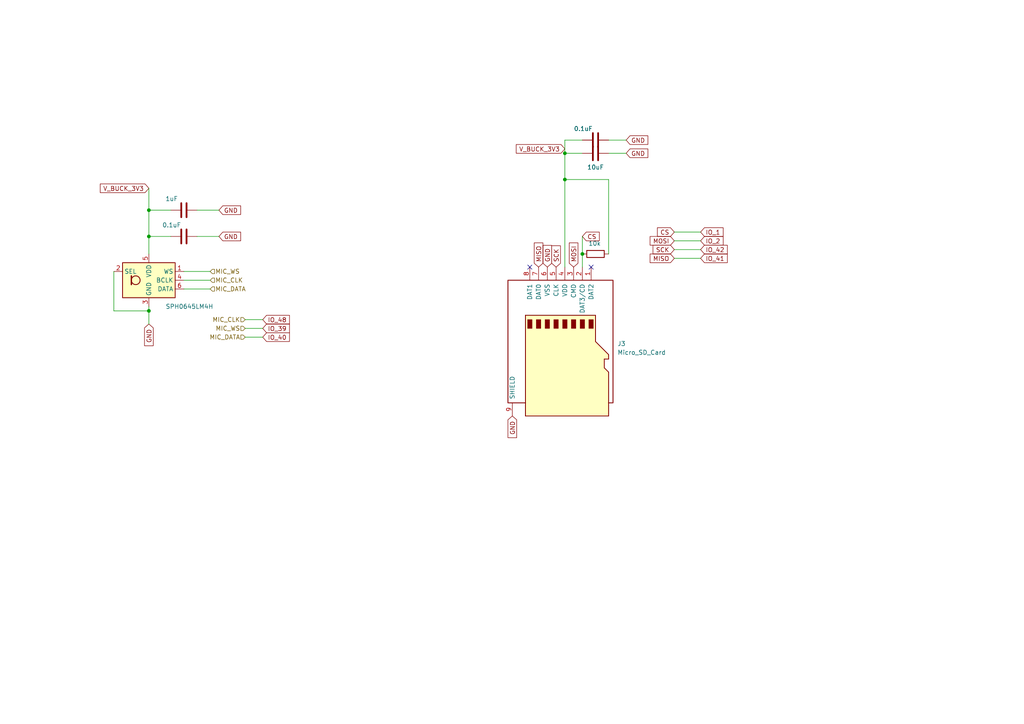
<source format=kicad_sch>
(kicad_sch (version 20250114) (generator "eeschema") (generator_version "9.0")
  (paper "A4")
  (lib_symbols
    (symbol "Connector:Micro_SD_Card" (pin_names (offset 1.016))
      (property "Reference" "J" (at -16.51 15.24 0))
      (property "Value" "Micro_SD_Card" (at 16.51 15.24 0))
      (symbol "Micro_SD_Card_0_1"
        (polyline (pts (xy -8.89 -11.43) (xy -8.89 8.89) (xy -1.27 8.89) (xy 2.54 12.7) (xy 3.81 12.7) (xy 3.81 11.43) (xy 6.35 11.43) (xy 7.62 12.7) (xy 20.32 12.7) (xy 20.32 -11.43) (xy -8.89 -11.43)) (stroke (width 0.254)) (fill (type background)))
        (rectangle (start -7.62 8.255) (end -5.08 6.985) (fill (type outline)))
        (rectangle (start -7.62 5.715) (end -5.08 4.445) (fill (type outline)))
        (rectangle (start -7.62 3.175) (end -5.08 1.905) (fill (type outline)))
        (rectangle (start -7.62 0.635) (end -5.08 -0.635) (fill (type outline)))
        (rectangle (start -7.62 -1.905) (end -5.08 -3.175) (fill (type outline)))
        (rectangle (start -7.62 -4.445) (end -5.08 -5.715) (fill (type outline)))
        (rectangle (start -7.62 -6.985) (end -5.08 -8.255) (fill (type outline)))
        (rectangle (start -7.62 -9.525) (end -5.08 -10.795) (fill (type outline)))
        (polyline (pts (xy 16.51 12.7) (xy 16.51 13.97) (xy -19.05 13.97) (xy -19.05 -16.51) (xy 16.51 -16.51) (xy 16.51 -11.43)) (stroke (width 0.254)))
      )
      (symbol "Micro_SD_Card_1_1"
        (pin bidirectional line (at -22.86 7.62 0) (length 3.81) (name "DAT2") (number "1"))
        (pin bidirectional line (at -22.86 5.08 0) (length 3.81) (name "DAT3/CD") (number "2"))
        (pin input line (at -22.86 2.54 0) (length 3.81) (name "CMD") (number "3"))
        (pin power_in line (at -22.86 0 0) (length 3.81) (name "VDD") (number "4"))
        (pin input line (at -22.86 -2.54 0) (length 3.81) (name "CLK") (number "5"))
        (pin power_in line (at -22.86 -5.08 0) (length 3.81) (name "VSS") (number "6"))
        (pin bidirectional line (at -22.86 -7.62 0) (length 3.81) (name "DAT0") (number "7"))
        (pin bidirectional line (at -22.86 -10.16 0) (length 3.81) (name "DAT1") (number "8"))
        (pin passive line (at 20.32 -15.24 180) (length 3.81) (name "SHIELD") (number "9"))
      )
    )
    (symbol "Device:C" (pin_numbers (hide yes)) (pin_names (offset 0.254))
      (property "Reference" "C" (at 0.635 2.54 0))
      (property "Value" "C" (at 0.635 -2.54 0))
      (symbol "C_0_1"
        (polyline (pts (xy -2.032 0.762) (xy 2.032 0.762)) (stroke (width 0.508)))
        (polyline (pts (xy -2.032 -0.762) (xy 2.032 -0.762)) (stroke (width 0.508)))
      )
      (symbol "C_1_1"
        (pin passive line (at 0 3.81 270) (length 2.794) (name "~") (number "1"))
        (pin passive line (at 0 -3.81 90) (length 2.794) (name "~") (number "2"))
      )
    )
    (symbol "Device:R" (pin_numbers (hide yes)) (pin_names (offset 0))
      (property "Reference" "R" (at 2.032 0 90))
      (property "Value" "R" (at 0 0 90))
      (symbol "R_0_1"
        (rectangle (start -1.016 -2.54) (end 1.016 2.54) (stroke (width 0.254)))
      )
      (symbol "R_1_1"
        (pin passive line (at 0 3.81 270) (length 1.27) (name "~") (number "1"))
        (pin passive line (at 0 -3.81 90) (length 1.27) (name "~") (number "2"))
      )
    )
    (symbol "Sensor_Audio:SPH0645LM4H"
      (property "Reference" "MK" (at -7.62 6.35 0))
      (property "Value" "SPH0645LM4H" (at 1.27 6.35 0))
      (symbol "SPH0645LM4H_1_1"
        (rectangle (start -7.62 5.08) (end 7.62 -5.08) (stroke (width 0.254)) (fill (type background)))
        (polyline (pts (xy -5.08 1.27) (xy -5.08 -1.27)) (stroke (width 0.381)))
        (circle (center -3.81 0) (radius 1.27) (stroke (width 0.254)))
        (pin input line (at -10.16 2.54 0) (length 2.54) (name "SEL") (number "2"))
        (pin power_in line (at 0 7.62 270) (length 2.54) (name "VDD") (number "5"))
        (pin power_in line (at 0 -7.62 90) (length 2.54) (name "GND") (number "3"))
        (pin input line (at 10.16 2.54 180) (length 2.54) (name "WS") (number "1"))
        (pin input line (at 10.16 0 180) (length 2.54) (name "BCLK") (number "4"))
        (pin output line (at 10.16 -2.54 180) (length 2.54) (name "DATA") (number "6"))
      )
    )
  )
  (junction (at 163.83 44.45))
  (junction (at 43.18 90.17))
  (junction (at 168.91 73.66))
  (junction (at 163.83 52.07))
  (junction (at 43.18 68.58))
  (junction (at 43.18 60.96))
  (no_connect (at 171.45 77.47))
  (no_connect (at 153.67 77.47))
  (wire (pts (xy 60.96 81.28) (xy 53.34 81.28)))
  (wire (pts (xy 168.91 68.58) (xy 168.91 73.66)))
  (wire (pts (xy 163.83 44.45) (xy 163.83 52.07)))
  (wire (pts (xy 176.53 40.64) (xy 181.61 40.64)))
  (wire (pts (xy 168.91 73.66) (xy 168.91 77.47)))
  (wire (pts (xy 176.53 52.07) (xy 176.53 73.66)))
  (wire (pts (xy 195.58 72.39) (xy 203.2 72.39)))
  (wire (pts (xy 43.18 60.96) (xy 43.18 68.58)))
  (wire (pts (xy 33.02 78.74) (xy 33.02 90.17)))
  (wire (pts (xy 176.53 44.45) (xy 181.61 44.45)))
  (wire (pts (xy 43.18 68.58) (xy 49.53 68.58)))
  (wire (pts (xy 168.91 40.64) (xy 163.83 40.64)))
  (wire (pts (xy 57.15 60.96) (xy 63.5 60.96)))
  (wire (pts (xy 195.58 69.85) (xy 203.2 69.85)))
  (wire (pts (xy 43.18 60.96) (xy 49.53 60.96)))
  (wire (pts (xy 60.96 83.82) (xy 53.34 83.82)))
  (wire (pts (xy 71.12 95.25) (xy 76.2 95.25)))
  (wire (pts (xy 176.53 52.07) (xy 163.83 52.07)))
  (wire (pts (xy 57.15 68.58) (xy 63.5 68.58)))
  (wire (pts (xy 43.18 68.58) (xy 43.18 73.66)))
  (wire (pts (xy 195.58 67.31) (xy 203.2 67.31)))
  (wire (pts (xy 43.18 54.61) (xy 43.18 60.96)))
  (wire (pts (xy 195.58 74.93) (xy 203.2 74.93)))
  (wire (pts (xy 163.83 40.64) (xy 163.83 44.45)))
  (wire (pts (xy 43.18 93.98) (xy 43.18 90.17)))
  (wire (pts (xy 168.91 44.45) (xy 163.83 44.45)))
  (wire (pts (xy 60.96 78.74) (xy 53.34 78.74)))
  (wire (pts (xy 163.83 52.07) (xy 163.83 77.47)))
  (wire (pts (xy 43.18 90.17) (xy 43.18 88.9)))
  (wire (pts (xy 71.12 97.79) (xy 76.2 97.79)))
  (wire (pts (xy 33.02 90.17) (xy 43.18 90.17)))
  (wire (pts (xy 71.12 92.71) (xy 76.2 92.71)))
  (global_label "CS" (shape input) (at 168.91 68.58 0) (property "Intersheetrefs" "${INTERSHEET_REFS}" (effects (hide yes))))
  (global_label "V_BUCK_3V3" (shape input) (at 163.83 43.18 180) (property "Intersheetrefs" "${INTERSHEET_REFS}" (effects (hide yes))))
  (global_label "IO_40" (shape input) (at 76.2 97.79 0) (property "Intersheetrefs" "${INTERSHEET_REFS}" (effects (hide yes))))
  (global_label "GND" (shape input) (at 63.5 60.96 0) (property "Intersheetrefs" "${INTERSHEET_REFS}" (effects (hide yes))))
  (global_label "GND" (shape input) (at 148.59 120.65 270) (property "Intersheetrefs" "${INTERSHEET_REFS}" (effects (hide yes))))
  (global_label "IO_41" (shape input) (at 203.2 74.93 0) (property "Intersheetrefs" "${INTERSHEET_REFS}" (effects (hide yes))))
  (global_label "MOSI" (shape input) (at 166.37 77.47 90) (property "Intersheetrefs" "${INTERSHEET_REFS}" (effects (hide yes))))
  (global_label "V_BUCK_3V3" (shape input) (at 43.18 54.61 180) (property "Intersheetrefs" "${INTERSHEET_REFS}" (effects (hide yes))))
  (global_label "MOSI" (shape input) (at 195.58 69.85 180) (property "Intersheetrefs" "${INTERSHEET_REFS}" (effects (hide yes))))
  (global_label "SCK" (shape input) (at 161.29 77.47 90) (property "Intersheetrefs" "${INTERSHEET_REFS}" (effects (hide yes))))
  (global_label "SCK" (shape input) (at 195.58 72.39 180) (property "Intersheetrefs" "${INTERSHEET_REFS}" (effects (hide yes))))
  (global_label "MISO" (shape input) (at 195.58 74.93 180) (property "Intersheetrefs" "${INTERSHEET_REFS}" (effects (hide yes))))
  (global_label "GND" (shape input) (at 43.18 93.98 270) (property "Intersheetrefs" "${INTERSHEET_REFS}" (effects (hide yes))))
  (global_label "MISO" (shape input) (at 156.21 77.47 90) (property "Intersheetrefs" "${INTERSHEET_REFS}" (effects (hide yes))))
  (global_label "IO_39" (shape input) (at 76.2 95.25 0) (property "Intersheetrefs" "${INTERSHEET_REFS}" (effects (hide yes))))
  (global_label "IO_2" (shape input) (at 203.2 69.85 0) (property "Intersheetrefs" "${INTERSHEET_REFS}" (effects (hide yes))))
  (global_label "IO_48" (shape input) (at 76.2 92.71 0) (property "Intersheetrefs" "${INTERSHEET_REFS}" (effects (hide yes))))
  (global_label "IO_1" (shape input) (at 203.2 67.31 0) (property "Intersheetrefs" "${INTERSHEET_REFS}" (effects (hide yes))))
  (global_label "GND" (shape input) (at 63.5 68.58 0) (property "Intersheetrefs" "${INTERSHEET_REFS}" (effects (hide yes))))
  (global_label "GND" (shape input) (at 181.61 44.45 0) (property "Intersheetrefs" "${INTERSHEET_REFS}" (effects (hide yes))))
  (global_label "GND" (shape input) (at 181.61 40.64 0) (property "Intersheetrefs" "${INTERSHEET_REFS}" (effects (hide yes))))
  (global_label "GND" (shape input) (at 158.75 77.47 90) (property "Intersheetrefs" "${INTERSHEET_REFS}" (effects (hide yes))))
  (global_label "IO_42" (shape input) (at 203.2 72.39 0) (property "Intersheetrefs" "${INTERSHEET_REFS}" (effects (hide yes))))
  (global_label "CS" (shape input) (at 195.58 67.31 180) (property "Intersheetrefs" "${INTERSHEET_REFS}" (effects (hide yes))))
  (hierarchical_label "MIC_WS" (shape input) (at 71.12 95.25 180))
  (hierarchical_label "MIC_CLK" (shape input) (at 71.12 92.71 180))
  (hierarchical_label "MIC_CLK" (shape input) (at 60.96 81.28 0))
  (hierarchical_label "MIC_DATA" (shape input) (at 71.12 97.79 180))
  (hierarchical_label "MIC_WS" (shape input) (at 60.96 78.74 0))
  (hierarchical_label "MIC_DATA" (shape input) (at 60.96 83.82 0))
  (symbol (lib_id "Device:C") (at 172.72 44.45 90) (unit 1)
    (property "Reference" "C14" (effects (hide yes)))
    (property "Value" "10uF" (at 172.72 48.514 90))
    (property "Footprint" "Capacitor_SMD:C_1206_3216Metric" (effects (hide yes)))
    (property "Description" "Unpolarized capacitor" (effects (hide yes)))
  )
  (symbol (lib_id "Device:C") (at 172.72 40.64 90) (unit 1)
    (property "Reference" "C13" (effects (hide yes)))
    (property "Value" "0.1uF" (at 169.164 37.338 90))
    (property "Footprint" "Capacitor_SMD:C_1206_3216Metric" (effects (hide yes)))
    (property "Description" "Unpolarized capacitor" (effects (hide yes)))
  )
  (symbol (lib_id "Connector:Micro_SD_Card") (at 163.83 100.33 270) (unit 1)
    (property "Reference" "J3" (at 179.07 99.6949 90) (effects (justify left)))
    (property "Value" "Micro_SD_Card" (at 179.07 102.2349 90) (effects (justify left)))
    (property "Footprint" "Connector_Card:microSD_HC_Hirose_DM3D-SF" (effects (hide yes)))
    (property "Datasheet" "https://www.we-online.com/components/products/datasheet/693072010801.pdf" (effects (hide yes)))
    (property "Description" "Micro SD Card Socket" (effects (hide yes)))
  )
  (symbol (lib_id "Device:C") (at 53.34 68.58 90) (unit 1)
    (property "Reference" "C8" (effects (hide yes)))
    (property "Value" "0.1uF" (at 49.784 65.278 90))
    (property "Footprint" "Capacitor_SMD:C_1206_3216Metric" (effects (hide yes)))
    (property "Description" "Unpolarized capacitor" (effects (hide yes)))
  )
  (symbol (lib_id "Device:C") (at 53.34 60.96 90) (unit 1)
    (property "Reference" "C12" (effects (hide yes)))
    (property "Value" "1uF" (at 49.784 57.658 90))
    (property "Footprint" "Capacitor_SMD:C_1206_3216Metric" (effects (hide yes)))
    (property "Description" "Unpolarized capacitor" (effects (hide yes)))
  )
  (symbol (lib_id "Sensor_Audio:SPH0645LM4H") (at 43.18 81.28 0) (unit 1)
    (property "Reference" "MK1" (effects (hide yes)))
    (property "Value" "SPH0645LM4H" (at 48.006 88.9 0) (effects (justify left)))
    (property "Footprint" "Sensor_Audio:Knowles_SPH0645LM4H-6_3.5x2.65mm" (effects (hide yes)))
    (property "Datasheet" "https://www.knowles.com/docs/default-source/default-document-library/sph0645lm4h-1-datasheet.pdf" (effects (hide yes)))
    (property "Description" "Knowles MEMS Microphone, 24-bit I2S, 65 dBA SNR, LGA-6" (effects (hide yes)))
  )
  (symbol (lib_id "Device:R") (at 172.72 73.66 90) (unit 1)
    (property "Reference" "R13" (effects (hide yes)))
    (property "Value" "10k" (at 172.466 70.612 90))
    (property "Footprint" "Resistor_SMD:R_1206_3216Metric" (effects (hide yes)))
    (property "Description" "Resistor" (effects (hide yes)))
  )
)
</source>
